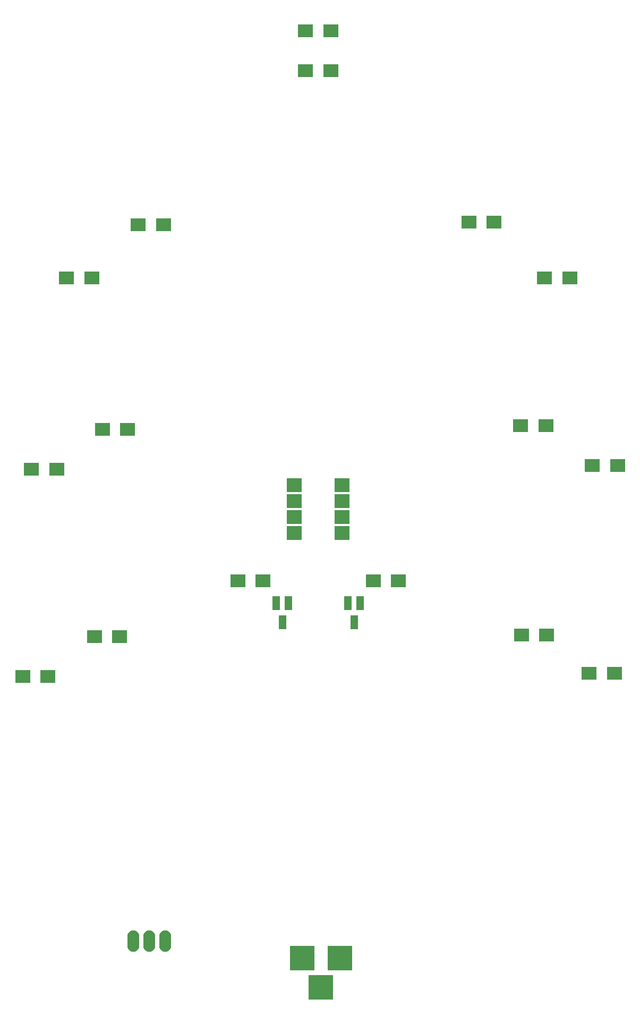
<source format=gbr>
G04 #@! TF.FileFunction,Soldermask,Top*
%FSLAX46Y46*%
G04 Gerber Fmt 4.6, Leading zero omitted, Abs format (unit mm)*
G04 Created by KiCad (PCBNEW 4.0.6) date Monday, November 13, 2017 'PMt' 07:08:10 PM*
%MOMM*%
%LPD*%
G01*
G04 APERTURE LIST*
%ADD10C,0.100000*%
%ADD11R,2.400000X2.100000*%
%ADD12R,2.400000X2.180000*%
%ADD13O,1.910000X3.410000*%
%ADD14R,3.900000X3.900000*%
%ADD15R,1.200000X2.300000*%
G04 APERTURE END LIST*
D10*
D11*
X48165000Y-128270000D03*
X52165000Y-128270000D03*
X138970000Y-94615000D03*
X142970000Y-94615000D03*
X55150000Y-64770000D03*
X59150000Y-64770000D03*
D12*
X91440000Y-97790000D03*
X99060000Y-105410000D03*
X91440000Y-100330000D03*
X99060000Y-102870000D03*
X91440000Y-102870000D03*
X99060000Y-100330000D03*
X91440000Y-105410000D03*
X99060000Y-97790000D03*
D11*
X138462000Y-127762000D03*
X142462000Y-127762000D03*
X49562000Y-95250000D03*
X53562000Y-95250000D03*
X135350000Y-64770000D03*
X131350000Y-64770000D03*
X59595000Y-121920000D03*
X63595000Y-121920000D03*
X131540000Y-88265000D03*
X127540000Y-88265000D03*
X66580000Y-56261000D03*
X70580000Y-56261000D03*
X131667000Y-121666000D03*
X127667000Y-121666000D03*
X60865000Y-88900000D03*
X64865000Y-88900000D03*
X123285000Y-55880000D03*
X119285000Y-55880000D03*
X93250000Y-31750000D03*
X97250000Y-31750000D03*
D13*
X65786000Y-170434000D03*
X68326000Y-170434000D03*
X70866000Y-170434000D03*
D11*
X93250000Y-25400000D03*
X97250000Y-25400000D03*
D14*
X98679000Y-173101000D03*
X92679000Y-173101000D03*
X95679000Y-177801000D03*
D11*
X108045000Y-113030000D03*
X104045000Y-113030000D03*
X82455000Y-113030000D03*
X86455000Y-113030000D03*
D15*
X90485000Y-116610000D03*
X88585000Y-116610000D03*
X89535000Y-119610000D03*
X101915000Y-116610000D03*
X100015000Y-116610000D03*
X100965000Y-119610000D03*
M02*

</source>
